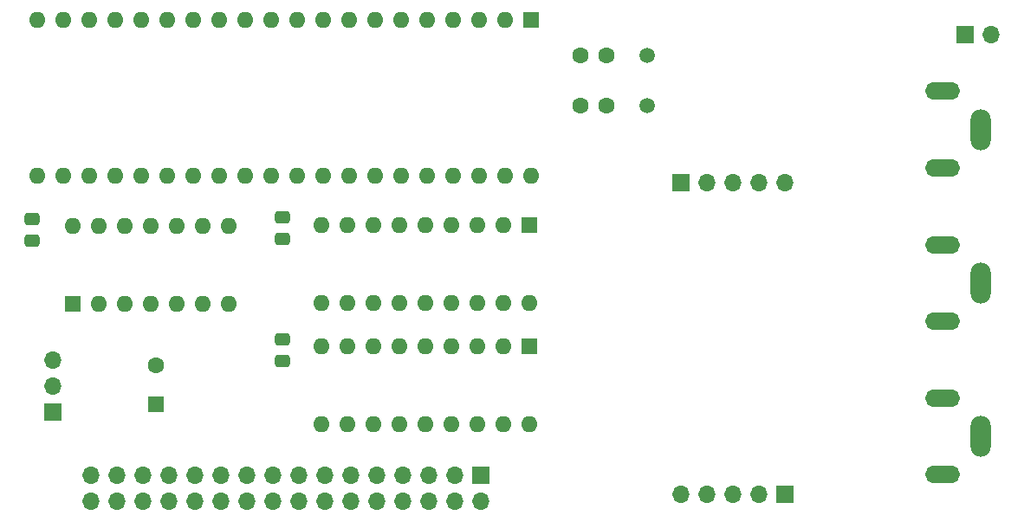
<source format=gbr>
%TF.GenerationSoftware,KiCad,Pcbnew,(6.0.5-0)*%
%TF.CreationDate,2023-04-14T17:42:22+02:00*%
%TF.ProjectId,pixel juice,70697865-6c20-46a7-9569-63652e6b6963,rev?*%
%TF.SameCoordinates,Original*%
%TF.FileFunction,Soldermask,Top*%
%TF.FilePolarity,Negative*%
%FSLAX46Y46*%
G04 Gerber Fmt 4.6, Leading zero omitted, Abs format (unit mm)*
G04 Created by KiCad (PCBNEW (6.0.5-0)) date 2023-04-14 17:42:22*
%MOMM*%
%LPD*%
G01*
G04 APERTURE LIST*
G04 Aperture macros list*
%AMRoundRect*
0 Rectangle with rounded corners*
0 $1 Rounding radius*
0 $2 $3 $4 $5 $6 $7 $8 $9 X,Y pos of 4 corners*
0 Add a 4 corners polygon primitive as box body*
4,1,4,$2,$3,$4,$5,$6,$7,$8,$9,$2,$3,0*
0 Add four circle primitives for the rounded corners*
1,1,$1+$1,$2,$3*
1,1,$1+$1,$4,$5*
1,1,$1+$1,$6,$7*
1,1,$1+$1,$8,$9*
0 Add four rect primitives between the rounded corners*
20,1,$1+$1,$2,$3,$4,$5,0*
20,1,$1+$1,$4,$5,$6,$7,0*
20,1,$1+$1,$6,$7,$8,$9,0*
20,1,$1+$1,$8,$9,$2,$3,0*%
G04 Aperture macros list end*
%ADD10R,1.700000X1.700000*%
%ADD11O,1.700000X1.700000*%
%ADD12R,1.600000X1.600000*%
%ADD13O,1.600000X1.600000*%
%ADD14RoundRect,0.250000X-0.475000X0.337500X-0.475000X-0.337500X0.475000X-0.337500X0.475000X0.337500X0*%
%ADD15O,2.000000X4.000000*%
%ADD16O,3.400000X1.700000*%
%ADD17C,1.600000*%
%ADD18C,1.500000*%
G04 APERTURE END LIST*
D10*
%TO.C,J1*%
X147231100Y-112522000D03*
D11*
X147231100Y-115062000D03*
X144691100Y-112522000D03*
X144691100Y-115062000D03*
X142151100Y-112522000D03*
X142151100Y-115062000D03*
X139611100Y-112522000D03*
X139611100Y-115062000D03*
X137071100Y-112522000D03*
X137071100Y-115062000D03*
X134531100Y-112522000D03*
X134531100Y-115062000D03*
X131991100Y-112522000D03*
X131991100Y-115062000D03*
X129451100Y-112522000D03*
X129451100Y-115062000D03*
X126911100Y-112522000D03*
X126911100Y-115062000D03*
X124371100Y-112522000D03*
X124371100Y-115062000D03*
X121831100Y-112522000D03*
X121831100Y-115062000D03*
X119291100Y-112522000D03*
X119291100Y-115062000D03*
X116751100Y-112522000D03*
X116751100Y-115062000D03*
X114211100Y-112522000D03*
X114211100Y-115062000D03*
X111671100Y-112522000D03*
X111671100Y-115062000D03*
X109131100Y-112522000D03*
X109131100Y-115062000D03*
%TD*%
D12*
%TO.C,U3*%
X152003600Y-99979800D03*
D13*
X149463600Y-99979800D03*
X146923600Y-99979800D03*
X144383600Y-99979800D03*
X141843600Y-99979800D03*
X139303600Y-99979800D03*
X136763600Y-99979800D03*
X134223600Y-99979800D03*
X131683600Y-99979800D03*
X131683600Y-107599800D03*
X134223600Y-107599800D03*
X136763600Y-107599800D03*
X139303600Y-107599800D03*
X141843600Y-107599800D03*
X144383600Y-107599800D03*
X146923600Y-107599800D03*
X149463600Y-107599800D03*
X152003600Y-107599800D03*
%TD*%
D14*
%TO.C,C3*%
X127850000Y-87362500D03*
X127850000Y-89437500D03*
%TD*%
D12*
%TO.C,U4*%
X107325000Y-95800000D03*
D13*
X109865000Y-95800000D03*
X112405000Y-95800000D03*
X114945000Y-95800000D03*
X117485000Y-95800000D03*
X120025000Y-95800000D03*
X122565000Y-95800000D03*
X122565000Y-88180000D03*
X120025000Y-88180000D03*
X117485000Y-88180000D03*
X114945000Y-88180000D03*
X112405000Y-88180000D03*
X109865000Y-88180000D03*
X107325000Y-88180000D03*
%TD*%
D12*
%TO.C,U2*%
X152003600Y-88079800D03*
D13*
X149463600Y-88079800D03*
X146923600Y-88079800D03*
X144383600Y-88079800D03*
X141843600Y-88079800D03*
X139303600Y-88079800D03*
X136763600Y-88079800D03*
X134223600Y-88079800D03*
X131683600Y-88079800D03*
X131683600Y-95699800D03*
X134223600Y-95699800D03*
X136763600Y-95699800D03*
X139303600Y-95699800D03*
X141843600Y-95699800D03*
X144383600Y-95699800D03*
X146923600Y-95699800D03*
X149463600Y-95699800D03*
X152003600Y-95699800D03*
%TD*%
D15*
%TO.C,J4*%
X196050000Y-78750000D03*
D16*
X192350000Y-82500000D03*
X192350000Y-75000000D03*
D15*
X196050000Y-93750000D03*
D16*
X192350000Y-97500000D03*
X192350000Y-90000000D03*
D15*
X196050000Y-108750000D03*
D16*
X192350000Y-112500000D03*
X192350000Y-105000000D03*
%TD*%
D14*
%TO.C,C7*%
X103350000Y-87512500D03*
X103350000Y-89587500D03*
%TD*%
%TO.C,C4*%
X127800000Y-99275100D03*
X127800000Y-101350100D03*
%TD*%
D10*
%TO.C,J6*%
X176950000Y-114450000D03*
D11*
X174410000Y-114450000D03*
X171870000Y-114450000D03*
X169330000Y-114450000D03*
X166790000Y-114450000D03*
%TD*%
D10*
%TO.C,J3*%
X194575000Y-69450000D03*
D11*
X197115000Y-69450000D03*
%TD*%
D12*
%TO.C,C6*%
X115475000Y-105627700D03*
D17*
X115475000Y-101827700D03*
%TD*%
D18*
%TO.C,Y1*%
X163475000Y-76400000D03*
X163475000Y-71500000D03*
%TD*%
D17*
%TO.C,C2*%
X157000000Y-76400000D03*
X159500000Y-76400000D03*
%TD*%
%TO.C,C1*%
X157000000Y-71500000D03*
X159500000Y-71500000D03*
%TD*%
D12*
%TO.C,U1*%
X152163000Y-68047600D03*
D13*
X149623000Y-68047600D03*
X147083000Y-68047600D03*
X144543000Y-68047600D03*
X142003000Y-68047600D03*
X139463000Y-68047600D03*
X136923000Y-68047600D03*
X134383000Y-68047600D03*
X131843000Y-68047600D03*
X129303000Y-68047600D03*
X126763000Y-68047600D03*
X124223000Y-68047600D03*
X121683000Y-68047600D03*
X119143000Y-68047600D03*
X116603000Y-68047600D03*
X114063000Y-68047600D03*
X111523000Y-68047600D03*
X108983000Y-68047600D03*
X106443000Y-68047600D03*
X103903000Y-68047600D03*
X103903000Y-83287600D03*
X106443000Y-83287600D03*
X108983000Y-83287600D03*
X111523000Y-83287600D03*
X114063000Y-83287600D03*
X116603000Y-83287600D03*
X119143000Y-83287600D03*
X121683000Y-83287600D03*
X124223000Y-83287600D03*
X126763000Y-83287600D03*
X129303000Y-83287600D03*
X131843000Y-83287600D03*
X134383000Y-83287600D03*
X136923000Y-83287600D03*
X139463000Y-83287600D03*
X142003000Y-83287600D03*
X144543000Y-83287600D03*
X147083000Y-83287600D03*
X149623000Y-83287600D03*
X152163000Y-83287600D03*
%TD*%
D10*
%TO.C,J2*%
X105400000Y-106380000D03*
D11*
X105400000Y-103840000D03*
X105400000Y-101300000D03*
%TD*%
D10*
%TO.C,J5*%
X166800000Y-83975000D03*
D11*
X169340000Y-83975000D03*
X171880000Y-83975000D03*
X174420000Y-83975000D03*
X176960000Y-83975000D03*
%TD*%
M02*

</source>
